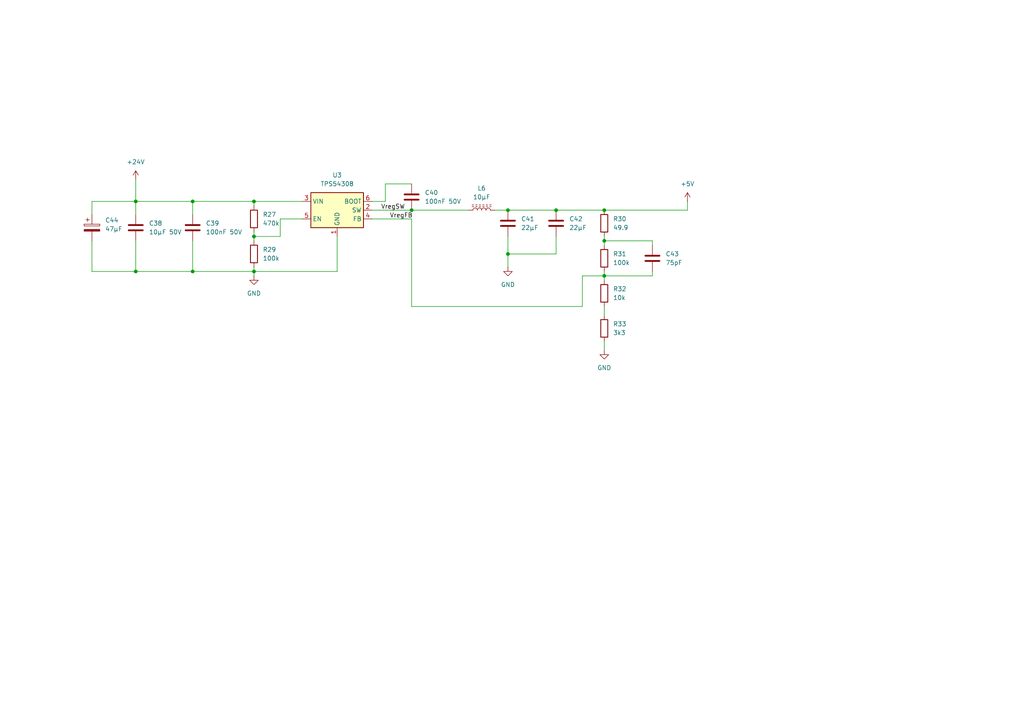
<source format=kicad_sch>
(kicad_sch (version 20250114) (generator "eeschema") (generator_version "9.0")
  (paper "A4")
  (lib_symbols
    (symbol "Device:C" (pin_numbers (hide yes)) (pin_names (offset 0.254))
      (property "Reference" "C" (at 0.635 2.54 0))
      (property "Value" "C" (at 0.635 -2.54 0))
      (symbol "C_0_1"
        (polyline (pts (xy -2.032 0.762) (xy 2.032 0.762)) (stroke (width 0.508)))
        (polyline (pts (xy -2.032 -0.762) (xy 2.032 -0.762)) (stroke (width 0.508)))
      )
      (symbol "C_1_1"
        (pin passive line (at 0 3.81 270) (length 2.794) (name "~") (number "1"))
        (pin passive line (at 0 -3.81 90) (length 2.794) (name "~") (number "2"))
      )
    )
    (symbol "Device:C_Polarized" (pin_numbers (hide yes)) (pin_names (offset 0.254))
      (property "Reference" "C" (at 0.635 2.54 0))
      (property "Value" "C_Polarized" (at 0.635 -2.54 0))
      (symbol "C_Polarized_0_1"
        (rectangle (start -2.286 0.508) (end 2.286 1.016))
        (polyline (pts (xy -1.778 2.286) (xy -0.762 2.286)))
        (polyline (pts (xy -1.27 2.794) (xy -1.27 1.778)))
        (rectangle (start 2.286 -0.508) (end -2.286 -1.016) (fill (type outline)))
      )
      (symbol "C_Polarized_1_1"
        (pin passive line (at 0 3.81 270) (length 2.794) (name "~") (number "1"))
        (pin passive line (at 0 -3.81 90) (length 2.794) (name "~") (number "2"))
      )
    )
    (symbol "Device:R" (pin_numbers (hide yes)) (pin_names (offset 0))
      (property "Reference" "R" (at 2.032 0 90))
      (property "Value" "R" (at 0 0 90))
      (symbol "R_0_1"
        (rectangle (start -1.016 -2.54) (end 1.016 2.54) (stroke (width 0.254)))
      )
      (symbol "R_1_1"
        (pin passive line (at 0 3.81 270) (length 1.27) (name "~") (number "1"))
        (pin passive line (at 0 -3.81 90) (length 1.27) (name "~") (number "2"))
      )
    )
    (symbol "L_ferrite:L_Ferrite" (pin_numbers (hide yes)) (pin_names (offset 1.016) (hide yes))
      (property "Reference" "L" (at -1.27 0 90))
      (property "Value" "L_Ferrite" (at 2.794 0 90))
      (symbol "L_Ferrite_0_1"
        (arc (start 0 2.54) (mid 0.6323 1.905) (end 0 1.27))
        (arc (start 0 1.27) (mid 0.6323 0.635) (end 0 0))
        (arc (start 0 0) (mid 0.6323 -0.635) (end 0 -1.27))
        (arc (start 0 -1.27) (mid 0.6323 -1.905) (end 0 -2.54))
        (polyline (pts (xy 1.016 2.286) (xy 1.016 2.794)))
        (polyline (pts (xy 1.016 1.27) (xy 1.016 1.778)))
        (polyline (pts (xy 1.016 0.254) (xy 1.016 0.762)))
        (polyline (pts (xy 1.016 -0.762) (xy 1.016 -0.254)))
        (polyline (pts (xy 1.016 -1.778) (xy 1.016 -1.27)))
        (polyline (pts (xy 1.016 -2.794) (xy 1.016 -2.286)))
        (polyline (pts (xy 1.524 2.794) (xy 1.524 2.286)))
        (polyline (pts (xy 1.524 1.778) (xy 1.524 1.27)))
        (polyline (pts (xy 1.524 0.762) (xy 1.524 0.254)))
        (polyline (pts (xy 1.524 -0.254) (xy 1.524 -0.762)))
        (polyline (pts (xy 1.524 -1.27) (xy 1.524 -1.778)))
        (polyline (pts (xy 1.524 -2.286) (xy 1.524 -2.794)))
      )
      (symbol "L_Ferrite_1_1"
        (pin passive line (at 0 3.81 270) (length 1.27) (name "1") (number "1"))
        (pin passive line (at 0 -3.81 90) (length 1.27) (name "2") (number "2"))
      )
    )
    (symbol "Regulator_Switching:TPS54308"
      (property "Reference" "U" (at -7.62 6.35 0))
      (property "Value" "TPS54308" (at 0 6.35 0))
      (symbol "TPS54308_0_1"
        (rectangle (start -7.62 5.08) (end 7.62 -5.08) (stroke (width 0.254)) (fill (type background)))
      )
      (symbol "TPS54308_1_1"
        (pin power_in line (at -10.16 2.54 0) (length 2.54) (name "VIN") (number "3"))
        (pin input line (at -10.16 -2.54 0) (length 2.54) (name "EN") (number "5"))
        (pin power_in line (at 0 -7.62 90) (length 2.54) (name "GND") (number "1"))
        (pin passive line (at 10.16 2.54 180) (length 2.54) (name "BOOT") (number "6"))
        (pin power_out line (at 10.16 0 180) (length 2.54) (name "SW") (number "2"))
        (pin input line (at 10.16 -2.54 180) (length 2.54) (name "FB") (number "4"))
      )
    )
    (symbol "power:+24V" (power) (pin_numbers (hide yes)) (pin_names (offset 0) (hide yes))
      (property "Value" "+24V" (at 0 3.556 0))
      (symbol "+24V_0_1"
        (polyline (pts (xy -0.762 1.27) (xy 0 2.54)))
        (polyline (pts (xy 0 2.54) (xy 0.762 1.27)))
        (polyline (pts (xy 0 0) (xy 0 2.54)))
      )
      (symbol "+24V_1_1"
        (pin power_in line (at 0 0 90) (length 0) (name "~") (number "1"))
      )
    )
    (symbol "power:+5V" (power) (pin_numbers (hide yes)) (pin_names (offset 0) (hide yes))
      (property "Value" "+5V" (at 0 3.556 0))
      (symbol "+5V_0_1"
        (polyline (pts (xy -0.762 1.27) (xy 0 2.54)))
        (polyline (pts (xy 0 2.54) (xy 0.762 1.27)))
        (polyline (pts (xy 0 0) (xy 0 2.54)))
      )
      (symbol "+5V_1_1"
        (pin power_in line (at 0 0 90) (length 0) (name "~") (number "1"))
      )
    )
    (symbol "power:GND" (power) (pin_numbers (hide yes)) (pin_names (offset 0) (hide yes))
      (property "Value" "GND" (at 0 -3.81 0))
      (symbol "GND_0_1"
        (polyline (pts (xy 0 0) (xy 0 -1.27) (xy 1.27 -1.27) (xy 0 -2.54) (xy -1.27 -1.27) (xy 0 -1.27)))
      )
      (symbol "GND_1_1"
        (pin power_in line (at 0 0 270) (length 0) (name "~") (number "1"))
      )
    )
  )
  (junction (at 73.66 78.74))
  (junction (at 175.26 80.01))
  (junction (at 175.26 69.85))
  (junction (at 39.37 58.42))
  (junction (at 73.66 58.42))
  (junction (at 119.38 60.96))
  (junction (at 161.29 60.96))
  (junction (at 39.37 78.74))
  (junction (at 147.32 73.66))
  (junction (at 147.32 60.96))
  (junction (at 73.66 68.58))
  (junction (at 175.26 60.96))
  (junction (at 55.88 58.42))
  (junction (at 55.88 78.74))
  (wire (pts (xy 111.76 58.42) (xy 111.76 53.34)))
  (wire (pts (xy 26.67 58.42) (xy 39.37 58.42)))
  (wire (pts (xy 119.38 63.5) (xy 107.95 63.5)))
  (wire (pts (xy 199.39 58.42) (xy 199.39 60.96)))
  (wire (pts (xy 55.88 62.23) (xy 55.88 58.42)))
  (wire (pts (xy 119.38 88.9) (xy 168.91 88.9)))
  (wire (pts (xy 39.37 58.42) (xy 55.88 58.42)))
  (wire (pts (xy 161.29 60.96) (xy 175.26 60.96)))
  (wire (pts (xy 161.29 73.66) (xy 147.32 73.66)))
  (wire (pts (xy 175.26 78.74) (xy 175.26 80.01)))
  (wire (pts (xy 55.88 58.42) (xy 73.66 58.42)))
  (wire (pts (xy 26.67 69.85) (xy 26.67 78.74)))
  (wire (pts (xy 175.26 88.9) (xy 175.26 91.44)))
  (wire (pts (xy 175.26 99.06) (xy 175.26 101.6)))
  (wire (pts (xy 107.95 60.96) (xy 119.38 60.96)))
  (wire (pts (xy 26.67 62.23) (xy 26.67 58.42)))
  (wire (pts (xy 168.91 80.01) (xy 175.26 80.01)))
  (wire (pts (xy 73.66 67.31) (xy 73.66 68.58)))
  (wire (pts (xy 111.76 53.34) (xy 119.38 53.34)))
  (wire (pts (xy 147.32 68.58) (xy 147.32 73.66)))
  (wire (pts (xy 189.23 78.74) (xy 189.23 80.01)))
  (wire (pts (xy 55.88 78.74) (xy 73.66 78.74)))
  (wire (pts (xy 189.23 80.01) (xy 175.26 80.01)))
  (wire (pts (xy 143.51 60.96) (xy 147.32 60.96)))
  (wire (pts (xy 26.67 78.74) (xy 39.37 78.74)))
  (wire (pts (xy 39.37 78.74) (xy 55.88 78.74)))
  (wire (pts (xy 189.23 69.85) (xy 175.26 69.85)))
  (wire (pts (xy 97.79 68.58) (xy 97.79 78.74)))
  (wire (pts (xy 55.88 69.85) (xy 55.88 78.74)))
  (wire (pts (xy 39.37 52.07) (xy 39.37 58.42)))
  (wire (pts (xy 73.66 58.42) (xy 87.63 58.42)))
  (wire (pts (xy 73.66 78.74) (xy 73.66 80.01)))
  (wire (pts (xy 189.23 71.12) (xy 189.23 69.85)))
  (wire (pts (xy 175.26 69.85) (xy 175.26 71.12)))
  (wire (pts (xy 107.95 58.42) (xy 111.76 58.42)))
  (wire (pts (xy 81.28 68.58) (xy 81.28 63.5)))
  (wire (pts (xy 147.32 60.96) (xy 161.29 60.96)))
  (wire (pts (xy 119.38 60.96) (xy 135.89 60.96)))
  (wire (pts (xy 161.29 68.58) (xy 161.29 73.66)))
  (wire (pts (xy 199.39 60.96) (xy 175.26 60.96)))
  (wire (pts (xy 73.66 58.42) (xy 73.66 59.69)))
  (wire (pts (xy 73.66 68.58) (xy 81.28 68.58)))
  (wire (pts (xy 168.91 88.9) (xy 168.91 80.01)))
  (wire (pts (xy 175.26 68.58) (xy 175.26 69.85)))
  (wire (pts (xy 39.37 69.85) (xy 39.37 78.74)))
  (wire (pts (xy 73.66 77.47) (xy 73.66 78.74)))
  (wire (pts (xy 81.28 63.5) (xy 87.63 63.5)))
  (wire (pts (xy 39.37 62.23) (xy 39.37 58.42)))
  (wire (pts (xy 73.66 68.58) (xy 73.66 69.85)))
  (wire (pts (xy 147.32 73.66) (xy 147.32 77.47)))
  (wire (pts (xy 119.38 88.9) (xy 119.38 63.5)))
  (wire (pts (xy 175.26 81.28) (xy 175.26 80.01)))
  (wire (pts (xy 97.79 78.74) (xy 73.66 78.74)))
  (label "VregSW" (at 110.49 60.96 0))
  (label "VregFB" (at 113.03 63.5 0))
  (symbol (lib_id "Device:C") (at 161.29 64.77 0) (unit 1)
    (property "Reference" "C42" (at 165.1 63.4999 0) (effects (justify left)))
    (property "Value" "22µF" (at 165.1 66.0399 0) (effects (justify left)))
    (property "Footprint" "Capacitor_SMD:C_0603_1608Metric" (effects (hide yes)))
    (property "Description" "Unpolarized capacitor" (effects (hide yes)))
  )
  (symbol (lib_id "Device:R") (at 73.66 73.66 0) (unit 1)
    (property "Reference" "R29" (at 76.2 72.3899 0) (effects (justify left)))
    (property "Value" "100k" (at 76.2 74.9299 0) (effects (justify left)))
    (property "Footprint" "Resistor_SMD:R_0603_1608Metric" (effects (hide yes)))
    (property "Description" "Resistor" (effects (hide yes)))
  )
  (symbol (lib_id "Device:C") (at 147.32 64.77 0) (unit 1)
    (property "Reference" "C41" (at 151.13 63.4999 0) (effects (justify left)))
    (property "Value" "22µF" (at 151.13 66.0399 0) (effects (justify left)))
    (property "Footprint" "Capacitor_SMD:C_0603_1608Metric" (effects (hide yes)))
    (property "Description" "Unpolarized capacitor" (effects (hide yes)))
  )
  (symbol (lib_id "power:GND") (at 73.66 80.01 0) (unit 1)
    (property "Reference" "#PWR0802" (effects (hide yes)))
    (property "Value" "GND" (at 73.66 85.09 0))
    (property "Description" "Power symbol creates a global label with name \"GND\" , ground" (effects (hide yes)))
  )
  (symbol (lib_id "power:+5V") (at 199.39 58.42 0) (unit 1)
    (property "Reference" "#PWR0805" (effects (hide yes)))
    (property "Value" "+5V" (at 199.39 53.34 0))
    (property "Description" "Power symbol creates a global label with name \"+5V\"" (effects (hide yes)))
  )
  (symbol (lib_id "Device:C_Polarized") (at 26.67 66.04 0) (unit 1)
    (property "Reference" "C44" (at 30.48 63.8809 0) (effects (justify left)))
    (property "Value" "47µF" (at 30.48 66.4209 0) (effects (justify left)))
    (property "Footprint" "Capacitor_SMD:CP_Elec_6.3x5.4" (effects (hide yes)))
    (property "Description" "Polarized capacitor" (effects (hide yes)))
  )
  (symbol (lib_id "Device:C") (at 119.38 57.15 0) (unit 1)
    (property "Reference" "C40" (at 123.19 55.8799 0) (effects (justify left)))
    (property "Value" "100nF 50V" (at 123.19 58.4199 0) (effects (justify left)))
    (property "Footprint" "Capacitor_SMD:C_0603_1608Metric" (effects (hide yes)))
    (property "Description" "Unpolarized capacitor" (effects (hide yes)))
  )
  (symbol (lib_id "power:GND") (at 147.32 77.47 0) (unit 1)
    (property "Reference" "#PWR0803" (effects (hide yes)))
    (property "Value" "GND" (at 147.32 82.55 0))
    (property "Description" "Power symbol creates a global label with name \"GND\" , ground" (effects (hide yes)))
  )
  (symbol (lib_id "Device:C") (at 189.23 74.93 0) (unit 1)
    (property "Reference" "C43" (at 193.04 73.6599 0) (effects (justify left)))
    (property "Value" "75pF" (at 193.04 76.1999 0) (effects (justify left)))
    (property "Footprint" "Capacitor_SMD:C_0603_1608Metric" (effects (hide yes)))
    (property "Description" "Unpolarized capacitor" (effects (hide yes)))
  )
  (symbol (lib_id "Device:R") (at 73.66 63.5 0) (unit 1)
    (property "Reference" "R27" (at 76.2 62.2299 0) (effects (justify left)))
    (property "Value" "470k" (at 76.2 64.7699 0) (effects (justify left)))
    (property "Footprint" "Resistor_SMD:R_0603_1608Metric" (effects (hide yes)))
    (property "Description" "Resistor" (effects (hide yes)))
  )
  (symbol (lib_id "power:+24V") (at 39.37 52.07 0) (unit 1)
    (property "Reference" "#PWR0801" (effects (hide yes)))
    (property "Value" "+24V" (at 39.37 46.99 0))
    (property "Description" "Power symbol creates a global label with name \"+24V\"" (effects (hide yes)))
  )
  (symbol (lib_id "Regulator_Switching:TPS54308") (at 97.79 60.96 0) (unit 1)
    (property "Reference" "U3" (at 97.79 50.8 0))
    (property "Value" "TPS54308" (at 97.79 53.34 0))
    (property "Footprint" "Package_TO_SOT_SMD:SOT-23-6" (effects (hide yes)))
    (property "Datasheet" "http://www.ti.com/lit/ds/symlink/tps54308.pdf" (effects (hide yes)))
    (property "Description" "3A, 4.5 to 28V Input, EMI Friendly integrated switch synchronous step-down regulator, continuous-conduction, SOT-23-6" (effects (hide yes)))
  )
  (symbol (lib_id "Device:C") (at 39.37 66.04 0) (unit 1)
    (property "Reference" "C38" (at 43.18 64.7699 0) (effects (justify left)))
    (property "Value" "10µF 50V" (at 43.18 67.3099 0) (effects (justify left)))
    (property "Footprint" "Capacitor_SMD:C_1210_3225Metric" (effects (hide yes)))
    (property "Description" "Unpolarized capacitor" (effects (hide yes)))
  )
  (symbol (lib_id "Device:R") (at 175.26 85.09 0) (unit 1)
    (property "Reference" "R32" (at 177.8 83.8199 0) (effects (justify left)))
    (property "Value" "10k" (at 177.8 86.3599 0) (effects (justify left)))
    (property "Footprint" "Resistor_SMD:R_0603_1608Metric" (effects (hide yes)))
    (property "Description" "Resistor" (effects (hide yes)))
  )
  (symbol (lib_id "Device:R") (at 175.26 95.25 0) (unit 1)
    (property "Reference" "R33" (at 177.8 93.9799 0) (effects (justify left)))
    (property "Value" "3k3" (at 177.8 96.5199 0) (effects (justify left)))
    (property "Footprint" "Resistor_SMD:R_0603_1608Metric" (effects (hide yes)))
    (property "Description" "Resistor" (effects (hide yes)))
  )
  (symbol (lib_id "Device:R") (at 175.26 64.77 0) (unit 1)
    (property "Reference" "R30" (at 177.8 63.4999 0) (effects (justify left)))
    (property "Value" "49.9" (at 177.8 66.0399 0) (effects (justify left)))
    (property "Footprint" "Resistor_SMD:R_0603_1608Metric" (effects (hide yes)))
    (property "Description" "Resistor" (effects (hide yes)))
  )
  (symbol (lib_id "power:GND") (at 175.26 101.6 0) (unit 1)
    (property "Reference" "#PWR0804" (effects (hide yes)))
    (property "Value" "GND" (at 175.26 106.68 0))
    (property "Description" "Power symbol creates a global label with name \"GND\" , ground" (effects (hide yes)))
  )
  (symbol (lib_id "Device:R") (at 175.26 74.93 0) (unit 1)
    (property "Reference" "R31" (at 177.8 73.6599 0) (effects (justify left)))
    (property "Value" "100k" (at 177.8 76.1999 0) (effects (justify left)))
    (property "Footprint" "Resistor_SMD:R_0603_1608Metric" (effects (hide yes)))
    (property "Description" "Resistor" (effects (hide yes)))
  )
  (symbol (lib_id "Device:C") (at 55.88 66.04 0) (unit 1)
    (property "Reference" "C39" (at 59.69 64.7699 0) (effects (justify left)))
    (property "Value" "100nF 50V" (at 59.69 67.3099 0) (effects (justify left)))
    (property "Footprint" "Capacitor_SMD:C_0603_1608Metric" (effects (hide yes)))
    (property "Description" "Unpolarized capacitor" (effects (hide yes)))
  )
  (symbol (lib_id "L_ferrite:L_Ferrite") (at 139.7 60.96 90) (unit 1)
    (property "Reference" "L6" (at 139.7 54.61 90))
    (property "Value" "10µF" (at 139.7 57.15 90))
    (property "Footprint" "Inductor_THT:L_Radial_D7.5mm_P3.50mm_Fastron_07P" (effects (hide yes)))
    (property "Description" "Inductor with ferrite core" (effects (hide yes)))
  )
)
</source>
